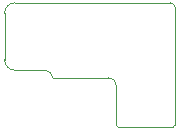
<source format=gbo>
%TF.GenerationSoftware,KiCad,Pcbnew,(6.0.1)*%
%TF.CreationDate,2022-04-24T10:59:57-04:00*%
%TF.ProjectId,UV-Sensor,55562d53-656e-4736-9f72-2e6b69636164,rev?*%
%TF.SameCoordinates,Original*%
%TF.FileFunction,Legend,Bot*%
%TF.FilePolarity,Positive*%
%FSLAX46Y46*%
G04 Gerber Fmt 4.6, Leading zero omitted, Abs format (unit mm)*
G04 Created by KiCad (PCBNEW (6.0.1)) date 2022-04-24 10:59:57*
%MOMM*%
%LPD*%
G01*
G04 APERTURE LIST*
%TA.AperFunction,Profile*%
%ADD10C,0.050000*%
%TD*%
G04 APERTURE END LIST*
D10*
X141287500Y-104587100D02*
X141287500Y-100650100D01*
X155714700Y-100142100D02*
X155714700Y-106746100D01*
X155714700Y-100142100D02*
G75*
G03*
X155333700Y-99761100I-380999J1D01*
G01*
X145351500Y-106111100D02*
G75*
G03*
X144716500Y-105476100I-634999J1D01*
G01*
X141287500Y-104587100D02*
G75*
G03*
X142176500Y-105476100I889000J0D01*
G01*
X150736300Y-106746100D02*
G75*
G03*
X150101300Y-106111100I-634999J1D01*
G01*
X150101300Y-106111100D02*
X145351500Y-106111100D01*
X142176500Y-99761100D02*
X155333700Y-99761100D01*
X142176500Y-99761100D02*
G75*
G03*
X141287500Y-100650100I0J-889000D01*
G01*
X144716500Y-105476100D02*
X142176500Y-105476100D01*
X155714700Y-106746100D02*
X155714700Y-110096100D01*
X150886300Y-110246100D02*
X155564700Y-110246100D01*
X150736300Y-106746100D02*
X150736300Y-110096100D01*
X155564700Y-110246100D02*
G75*
G03*
X155714700Y-110096100I0J150000D01*
G01*
X150736300Y-110096100D02*
G75*
G03*
X150886300Y-110246100I150000J0D01*
G01*
M02*

</source>
